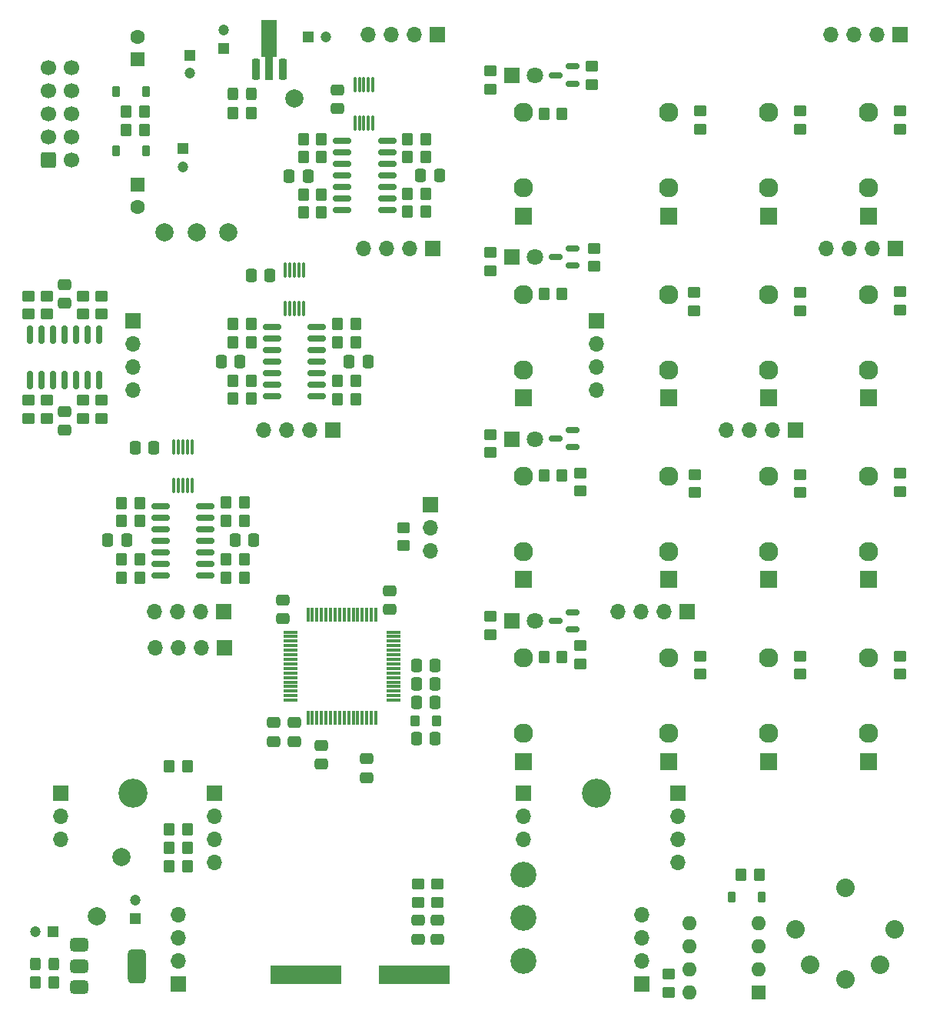
<source format=gbs>
G04 #@! TF.GenerationSoftware,KiCad,Pcbnew,8.0.5*
G04 #@! TF.CreationDate,2024-11-24T11:12:49+01:00*
G04 #@! TF.ProjectId,midi-2-cv,6d696469-2d32-42d6-9376-2e6b69636164,rev?*
G04 #@! TF.SameCoordinates,Original*
G04 #@! TF.FileFunction,Soldermask,Bot*
G04 #@! TF.FilePolarity,Negative*
%FSLAX46Y46*%
G04 Gerber Fmt 4.6, Leading zero omitted, Abs format (unit mm)*
G04 Created by KiCad (PCBNEW 8.0.5) date 2024-11-24 11:12:49*
%MOMM*%
%LPD*%
G01*
G04 APERTURE LIST*
G04 Aperture macros list*
%AMRoundRect*
0 Rectangle with rounded corners*
0 $1 Rounding radius*
0 $2 $3 $4 $5 $6 $7 $8 $9 X,Y pos of 4 corners*
0 Add a 4 corners polygon primitive as box body*
4,1,4,$2,$3,$4,$5,$6,$7,$8,$9,$2,$3,0*
0 Add four circle primitives for the rounded corners*
1,1,$1+$1,$2,$3*
1,1,$1+$1,$4,$5*
1,1,$1+$1,$6,$7*
1,1,$1+$1,$8,$9*
0 Add four rect primitives between the rounded corners*
20,1,$1+$1,$2,$3,$4,$5,0*
20,1,$1+$1,$4,$5,$6,$7,0*
20,1,$1+$1,$6,$7,$8,$9,0*
20,1,$1+$1,$8,$9,$2,$3,0*%
%AMFreePoly0*
4,1,9,5.362500,-0.866500,1.237500,-0.866500,1.237500,-0.450000,-1.237500,-0.450000,-1.237500,0.450000,1.237500,0.450000,1.237500,0.866500,5.362500,0.866500,5.362500,-0.866500,5.362500,-0.866500,$1*%
G04 Aperture macros list end*
%ADD10R,1.930000X1.830000*%
%ADD11C,2.130000*%
%ADD12R,1.700000X1.700000*%
%ADD13O,1.700000X1.700000*%
%ADD14R,1.800000X1.800000*%
%ADD15C,1.800000*%
%ADD16C,2.032000*%
%ADD17C,3.200000*%
%ADD18R,1.600000X1.600000*%
%ADD19O,1.600000X1.600000*%
%ADD20C,2.850000*%
%ADD21R,1.200000X1.200000*%
%ADD22C,1.200000*%
%ADD23RoundRect,0.250000X0.450000X-0.350000X0.450000X0.350000X-0.450000X0.350000X-0.450000X-0.350000X0*%
%ADD24RoundRect,0.250000X0.475000X-0.337500X0.475000X0.337500X-0.475000X0.337500X-0.475000X-0.337500X0*%
%ADD25RoundRect,0.250000X-0.350000X-0.450000X0.350000X-0.450000X0.350000X0.450000X-0.350000X0.450000X0*%
%ADD26RoundRect,0.250000X0.350000X0.450000X-0.350000X0.450000X-0.350000X-0.450000X0.350000X-0.450000X0*%
%ADD27RoundRect,0.150000X0.587500X0.150000X-0.587500X0.150000X-0.587500X-0.150000X0.587500X-0.150000X0*%
%ADD28RoundRect,0.250000X0.337500X0.475000X-0.337500X0.475000X-0.337500X-0.475000X0.337500X-0.475000X0*%
%ADD29RoundRect,0.250000X-0.475000X0.337500X-0.475000X-0.337500X0.475000X-0.337500X0.475000X0.337500X0*%
%ADD30C,2.000000*%
%ADD31C,1.600000*%
%ADD32RoundRect,0.087500X-0.087500X0.725000X-0.087500X-0.725000X0.087500X-0.725000X0.087500X0.725000X0*%
%ADD33RoundRect,0.250000X-0.325000X-0.450000X0.325000X-0.450000X0.325000X0.450000X-0.325000X0.450000X0*%
%ADD34RoundRect,0.250000X-0.600000X-0.600000X0.600000X-0.600000X0.600000X0.600000X-0.600000X0.600000X0*%
%ADD35C,1.700000*%
%ADD36RoundRect,0.250000X-0.450000X0.350000X-0.450000X-0.350000X0.450000X-0.350000X0.450000X0.350000X0*%
%ADD37RoundRect,0.250000X-0.275000X-0.350000X0.275000X-0.350000X0.275000X0.350000X-0.275000X0.350000X0*%
%ADD38RoundRect,0.250000X-0.337500X-0.475000X0.337500X-0.475000X0.337500X0.475000X-0.337500X0.475000X0*%
%ADD39RoundRect,0.075000X0.700000X0.075000X-0.700000X0.075000X-0.700000X-0.075000X0.700000X-0.075000X0*%
%ADD40RoundRect,0.075000X0.075000X0.700000X-0.075000X0.700000X-0.075000X-0.700000X0.075000X-0.700000X0*%
%ADD41RoundRect,0.225000X0.225000X0.375000X-0.225000X0.375000X-0.225000X-0.375000X0.225000X-0.375000X0*%
%ADD42RoundRect,0.150000X-0.825000X-0.150000X0.825000X-0.150000X0.825000X0.150000X-0.825000X0.150000X0*%
%ADD43R,7.875000X2.000000*%
%ADD44RoundRect,0.150000X-0.150000X0.825000X-0.150000X-0.825000X0.150000X-0.825000X0.150000X0.825000X0*%
%ADD45RoundRect,0.375000X-0.625000X-0.375000X0.625000X-0.375000X0.625000X0.375000X-0.625000X0.375000X0*%
%ADD46RoundRect,0.500000X-0.500000X-1.400000X0.500000X-1.400000X0.500000X1.400000X-0.500000X1.400000X0*%
%ADD47RoundRect,0.225000X-0.225000X-0.375000X0.225000X-0.375000X0.225000X0.375000X-0.225000X0.375000X0*%
%ADD48RoundRect,0.225000X0.225000X-0.925000X0.225000X0.925000X-0.225000X0.925000X-0.225000X-0.925000X0*%
%ADD49FreePoly0,90.000000*%
G04 APERTURE END LIST*
D10*
X133500000Y-92480000D03*
D11*
X133500000Y-81080000D03*
X133500000Y-89380000D03*
D10*
X144500000Y-112480000D03*
D11*
X144500000Y-101080000D03*
X144500000Y-109380000D03*
D10*
X106500000Y-72480000D03*
D11*
X106500000Y-61080000D03*
X106500000Y-69380000D03*
D10*
X144500000Y-92480000D03*
D11*
X144500000Y-81080000D03*
X144500000Y-89380000D03*
D12*
X55500000Y-136000000D03*
D13*
X55500000Y-138540000D03*
X55500000Y-141080000D03*
D10*
X133500000Y-112480000D03*
D11*
X133500000Y-101080000D03*
X133500000Y-109380000D03*
D10*
X122500000Y-72480000D03*
D11*
X122500000Y-61080000D03*
X122500000Y-69380000D03*
D12*
X73500000Y-116000000D03*
D13*
X70960000Y-116000000D03*
X68420000Y-116000000D03*
X65880000Y-116000000D03*
D10*
X122500000Y-132480000D03*
D11*
X122500000Y-121080000D03*
X122500000Y-129380000D03*
D14*
X105190000Y-57000000D03*
D15*
X107730000Y-57000000D03*
D10*
X106500000Y-92480000D03*
D11*
X106500000Y-81080000D03*
X106500000Y-89380000D03*
D10*
X122500000Y-112480000D03*
D11*
X122500000Y-101080000D03*
X122500000Y-109380000D03*
D10*
X133500000Y-132480000D03*
D11*
X133500000Y-121080000D03*
X133500000Y-129380000D03*
D14*
X105190000Y-77000000D03*
D15*
X107730000Y-77000000D03*
D12*
X63500000Y-84000000D03*
D13*
X63500000Y-86540000D03*
X63500000Y-89080000D03*
X63500000Y-91620000D03*
D16*
X136500000Y-151000000D03*
X138099489Y-154861511D03*
X141961000Y-156461000D03*
X145822511Y-154861511D03*
X147422000Y-151000000D03*
X141961000Y-146428000D03*
D10*
X106500000Y-112480000D03*
D11*
X106500000Y-101080000D03*
X106500000Y-109380000D03*
D10*
X144500000Y-72480000D03*
D11*
X144500000Y-61080000D03*
X144500000Y-69380000D03*
D10*
X106500000Y-132480000D03*
D11*
X106500000Y-121080000D03*
X106500000Y-129380000D03*
D14*
X105190000Y-97000000D03*
D15*
X107730000Y-97000000D03*
D10*
X122500000Y-92480000D03*
D11*
X122500000Y-81080000D03*
X122500000Y-89380000D03*
D17*
X114500000Y-136000000D03*
D10*
X133500000Y-72480000D03*
D11*
X133500000Y-61080000D03*
X133500000Y-69380000D03*
D18*
X132400000Y-157900000D03*
D19*
X132400000Y-155360000D03*
X132400000Y-152820000D03*
X132400000Y-150280000D03*
X124780000Y-150280000D03*
X124780000Y-152820000D03*
X124780000Y-155360000D03*
X124780000Y-157900000D03*
D12*
X72500000Y-136000000D03*
D13*
X72500000Y-138540000D03*
X72500000Y-141080000D03*
X72500000Y-143620000D03*
D12*
X85500000Y-96000000D03*
D13*
X82960000Y-96000000D03*
X80420000Y-96000000D03*
X77880000Y-96000000D03*
D10*
X144500000Y-132480000D03*
D11*
X144500000Y-121080000D03*
X144500000Y-129380000D03*
D17*
X63500000Y-136000000D03*
D20*
X106500000Y-154400000D03*
X106500000Y-149700000D03*
X106500000Y-145000000D03*
D14*
X105190000Y-117000000D03*
D15*
X107730000Y-117000000D03*
D12*
X68500000Y-157000000D03*
D13*
X68500000Y-154460000D03*
X68500000Y-151920000D03*
X68500000Y-149380000D03*
D12*
X96500000Y-76000000D03*
D13*
X93960000Y-76000000D03*
X91420000Y-76000000D03*
X88880000Y-76000000D03*
D12*
X97000000Y-52500000D03*
D13*
X94460000Y-52500000D03*
X91920000Y-52500000D03*
X89380000Y-52500000D03*
D21*
X63750000Y-149750000D03*
D22*
X63750000Y-147750000D03*
D23*
X112750000Y-102750000D03*
X112750000Y-100750000D03*
D12*
X124500000Y-116000000D03*
D13*
X121960000Y-116000000D03*
X119420000Y-116000000D03*
X116880000Y-116000000D03*
D24*
X79000000Y-130287500D03*
X79000000Y-128212500D03*
D25*
X74500000Y-90570000D03*
X76500000Y-90570000D03*
D26*
X75750000Y-110250000D03*
X73750000Y-110250000D03*
D23*
X102880000Y-98500000D03*
X102880000Y-96500000D03*
D27*
X111900000Y-76000000D03*
X111900000Y-77900000D03*
X110025000Y-76950000D03*
D21*
X82750000Y-52750000D03*
D22*
X84750000Y-52750000D03*
D28*
X97237500Y-68000000D03*
X95162500Y-68000000D03*
X76787500Y-108150000D03*
X74712500Y-108150000D03*
X89362500Y-88470000D03*
X87287500Y-88470000D03*
D29*
X94900000Y-149962500D03*
X94900000Y-152037500D03*
D26*
X88000000Y-86370000D03*
X86000000Y-86370000D03*
X110750000Y-101000000D03*
X108750000Y-101000000D03*
X75750000Y-106050000D03*
X73750000Y-106050000D03*
D25*
X82250000Y-64000000D03*
X84250000Y-64000000D03*
D24*
X86025000Y-60637500D03*
X86025000Y-58562500D03*
D29*
X80000000Y-114712500D03*
X80000000Y-116787500D03*
D30*
X74000000Y-74250000D03*
D23*
X148000000Y-62900000D03*
X148000000Y-60900000D03*
D30*
X59500000Y-149500000D03*
D18*
X64000000Y-69000000D03*
D31*
X64000000Y-71500000D03*
D26*
X54750000Y-156850000D03*
X52750000Y-156850000D03*
D32*
X68000000Y-97887500D03*
X68500000Y-97887500D03*
X69000000Y-97887500D03*
X69500000Y-97887500D03*
X70000000Y-97887500D03*
X70000000Y-102112500D03*
X69500000Y-102112500D03*
X69000000Y-102112500D03*
X68500000Y-102112500D03*
X68000000Y-102112500D03*
D21*
X54722600Y-151250000D03*
D22*
X52722600Y-151250000D03*
D23*
X102880000Y-78500000D03*
X102880000Y-76500000D03*
D24*
X81250000Y-130287500D03*
X81250000Y-128212500D03*
D26*
X69500000Y-142000000D03*
X67500000Y-142000000D03*
D25*
X82250000Y-70100000D03*
X84250000Y-70100000D03*
D33*
X52750000Y-154750000D03*
X54800000Y-154750000D03*
D30*
X67000000Y-74250000D03*
X62250000Y-143000000D03*
D12*
X73550000Y-120000000D03*
D13*
X71010000Y-120000000D03*
X68470000Y-120000000D03*
X65930000Y-120000000D03*
D26*
X69500000Y-140000000D03*
X67500000Y-140000000D03*
D34*
X54210000Y-66330000D03*
D35*
X56750000Y-66330000D03*
X54210000Y-63790000D03*
X56750000Y-63790000D03*
X54210000Y-61250000D03*
X56750000Y-61250000D03*
X54210000Y-58710000D03*
X56750000Y-58710000D03*
X54210000Y-56170000D03*
X56750000Y-56170000D03*
D36*
X59980000Y-81250000D03*
X59980000Y-83250000D03*
D37*
X94600000Y-128000000D03*
X96900000Y-128000000D03*
D26*
X69500000Y-133000000D03*
X67500000Y-133000000D03*
X88000000Y-92670000D03*
X86000000Y-92670000D03*
D23*
X102880000Y-118500000D03*
X102880000Y-116500000D03*
D33*
X74475000Y-59000000D03*
X76525000Y-59000000D03*
D24*
X55980000Y-82062500D03*
X55980000Y-79987500D03*
D38*
X94712500Y-121900000D03*
X96787500Y-121900000D03*
D23*
X137000000Y-62900000D03*
X137000000Y-60900000D03*
D26*
X110750000Y-81000000D03*
X108750000Y-81000000D03*
D39*
X92175000Y-118250000D03*
X92175000Y-118750000D03*
X92175000Y-119250000D03*
X92175000Y-119750000D03*
X92175000Y-120250000D03*
X92175000Y-120750000D03*
X92175000Y-121250000D03*
X92175000Y-121750000D03*
X92175000Y-122250000D03*
X92175000Y-122750000D03*
X92175000Y-123250000D03*
X92175000Y-123750000D03*
X92175000Y-124250000D03*
X92175000Y-124750000D03*
X92175000Y-125250000D03*
X92175000Y-125750000D03*
D40*
X90250000Y-127675000D03*
X89750000Y-127675000D03*
X89250000Y-127675000D03*
X88750000Y-127675000D03*
X88250000Y-127675000D03*
X87750000Y-127675000D03*
X87250000Y-127675000D03*
X86750000Y-127675000D03*
X86250000Y-127675000D03*
X85750000Y-127675000D03*
X85250000Y-127675000D03*
X84750000Y-127675000D03*
X84250000Y-127675000D03*
X83750000Y-127675000D03*
X83250000Y-127675000D03*
X82750000Y-127675000D03*
D39*
X80825000Y-125750000D03*
X80825000Y-125250000D03*
X80825000Y-124750000D03*
X80825000Y-124250000D03*
X80825000Y-123750000D03*
X80825000Y-123250000D03*
X80825000Y-122750000D03*
X80825000Y-122250000D03*
X80825000Y-121750000D03*
X80825000Y-121250000D03*
X80825000Y-120750000D03*
X80825000Y-120250000D03*
X80825000Y-119750000D03*
X80825000Y-119250000D03*
X80825000Y-118750000D03*
X80825000Y-118250000D03*
D40*
X82750000Y-116325000D03*
X83250000Y-116325000D03*
X83750000Y-116325000D03*
X84250000Y-116325000D03*
X84750000Y-116325000D03*
X85250000Y-116325000D03*
X85750000Y-116325000D03*
X86250000Y-116325000D03*
X86750000Y-116325000D03*
X87250000Y-116325000D03*
X87750000Y-116325000D03*
X88250000Y-116325000D03*
X88750000Y-116325000D03*
X89250000Y-116325000D03*
X89750000Y-116325000D03*
X90250000Y-116325000D03*
D25*
X62250000Y-104050000D03*
X64250000Y-104050000D03*
D26*
X75750000Y-103950000D03*
X73750000Y-103950000D03*
D38*
X76487500Y-79000000D03*
X78562500Y-79000000D03*
D12*
X119500000Y-157000000D03*
D13*
X119500000Y-154460000D03*
X119500000Y-151920000D03*
X119500000Y-149380000D03*
D26*
X88000000Y-90570000D03*
X86000000Y-90570000D03*
D36*
X122500000Y-155900000D03*
X122500000Y-157900000D03*
D25*
X74500000Y-84370000D03*
X76500000Y-84370000D03*
D41*
X64900000Y-58750000D03*
X61600000Y-58750000D03*
D23*
X51980000Y-94750000D03*
X51980000Y-92750000D03*
D30*
X81250000Y-59500000D03*
D25*
X62250000Y-110250000D03*
X64250000Y-110250000D03*
D29*
X84250000Y-130712500D03*
X84250000Y-132787500D03*
D25*
X62250000Y-112250000D03*
X64250000Y-112250000D03*
D36*
X148000000Y-120900000D03*
X148000000Y-122900000D03*
D26*
X88000000Y-84370000D03*
X86000000Y-84370000D03*
D32*
X80250000Y-78387500D03*
X80750000Y-78387500D03*
X81250000Y-78387500D03*
X81750000Y-78387500D03*
X82250000Y-78387500D03*
X82250000Y-82612500D03*
X81750000Y-82612500D03*
X81250000Y-82612500D03*
X80750000Y-82612500D03*
X80250000Y-82612500D03*
D18*
X64000000Y-55250000D03*
D31*
X64000000Y-52750000D03*
D24*
X89250000Y-134287500D03*
X89250000Y-132212500D03*
D25*
X62250000Y-106050000D03*
X64250000Y-106050000D03*
D12*
X123500000Y-136000000D03*
D13*
X123500000Y-138540000D03*
X123500000Y-141080000D03*
X123500000Y-143620000D03*
D21*
X73500000Y-54000000D03*
D22*
X73500000Y-52000000D03*
D42*
X86525000Y-71810000D03*
X86525000Y-70540000D03*
X86525000Y-69270000D03*
X86525000Y-68000000D03*
X86525000Y-66730000D03*
X86525000Y-65460000D03*
X86525000Y-64190000D03*
X91475000Y-64190000D03*
X91475000Y-65460000D03*
X91475000Y-66730000D03*
X91475000Y-68000000D03*
X91475000Y-69270000D03*
X91475000Y-70540000D03*
X91475000Y-71810000D03*
D43*
X94437500Y-156000000D03*
X82562500Y-156000000D03*
D25*
X74500000Y-92570000D03*
X76500000Y-92570000D03*
D12*
X148000000Y-52500000D03*
D13*
X145460000Y-52500000D03*
X142920000Y-52500000D03*
X140380000Y-52500000D03*
D44*
X52170000Y-85550000D03*
X53440000Y-85550000D03*
X54710000Y-85550000D03*
X55980000Y-85550000D03*
X57250000Y-85550000D03*
X58520000Y-85550000D03*
X59790000Y-85550000D03*
X59790000Y-90500000D03*
X58520000Y-90500000D03*
X57250000Y-90500000D03*
X55980000Y-90500000D03*
X54710000Y-90500000D03*
X53440000Y-90500000D03*
X52170000Y-90500000D03*
D23*
X59980000Y-94750000D03*
X59980000Y-92750000D03*
X102880000Y-58500000D03*
X102880000Y-56500000D03*
D38*
X94712500Y-130000000D03*
X96787500Y-130000000D03*
D28*
X75257500Y-88470000D03*
X73182500Y-88470000D03*
D36*
X137000000Y-120900000D03*
X137000000Y-122900000D03*
D28*
X82787500Y-68060000D03*
X80712500Y-68060000D03*
D12*
X114500000Y-84000000D03*
D13*
X114500000Y-86540000D03*
X114500000Y-89080000D03*
X114500000Y-91620000D03*
D27*
X111900000Y-96000000D03*
X111900000Y-97900000D03*
X110025000Y-96950000D03*
D36*
X57980000Y-81250000D03*
X57980000Y-83250000D03*
D25*
X74500000Y-86370000D03*
X76500000Y-86370000D03*
D26*
X95750000Y-66000000D03*
X93750000Y-66000000D03*
D21*
X69750000Y-54777401D03*
D22*
X69750000Y-56777401D03*
D36*
X51980000Y-81250000D03*
X51980000Y-83250000D03*
D26*
X110750000Y-121000000D03*
X108750000Y-121000000D03*
D23*
X114300000Y-78000000D03*
X114300000Y-76000000D03*
X125300000Y-82900000D03*
X125300000Y-80900000D03*
X94900000Y-148000000D03*
X94900000Y-146000000D03*
D21*
X69000000Y-65027401D03*
D22*
X69000000Y-67027401D03*
D38*
X63712500Y-98000000D03*
X65787500Y-98000000D03*
D28*
X96787500Y-124000000D03*
X94712500Y-124000000D03*
D26*
X95750000Y-64000000D03*
X93750000Y-64000000D03*
D36*
X148000000Y-80800000D03*
X148000000Y-82800000D03*
D12*
X147500000Y-76000000D03*
D13*
X144960000Y-76000000D03*
X142420000Y-76000000D03*
X139880000Y-76000000D03*
D26*
X76500000Y-61100000D03*
X74500000Y-61100000D03*
D12*
X136500000Y-96000000D03*
D13*
X133960000Y-96000000D03*
X131420000Y-96000000D03*
X128880000Y-96000000D03*
D45*
X57600000Y-157300000D03*
X57600000Y-155000000D03*
D46*
X63900000Y-155000000D03*
D45*
X57600000Y-152700000D03*
D26*
X95750000Y-72000000D03*
X93750000Y-72000000D03*
D47*
X129450000Y-147400000D03*
X132750000Y-147400000D03*
D25*
X130500000Y-145000000D03*
X132500000Y-145000000D03*
D24*
X55980000Y-96062500D03*
X55980000Y-93987500D03*
D26*
X75750000Y-112250000D03*
X73750000Y-112250000D03*
D23*
X125400000Y-102900000D03*
X125400000Y-100900000D03*
D47*
X61600000Y-65250000D03*
X64900000Y-65250000D03*
D28*
X96787500Y-126000000D03*
X94712500Y-126000000D03*
D23*
X126000000Y-62900000D03*
X126000000Y-60900000D03*
D29*
X91750000Y-113712500D03*
X91750000Y-115787500D03*
D25*
X82250000Y-66000000D03*
X84250000Y-66000000D03*
D29*
X97000000Y-149962500D03*
X97000000Y-152037500D03*
D42*
X66525000Y-112000000D03*
X66525000Y-110730000D03*
X66525000Y-109460000D03*
X66525000Y-108190000D03*
X66525000Y-106920000D03*
X66525000Y-105650000D03*
X66525000Y-104380000D03*
X71475000Y-104380000D03*
X71475000Y-105650000D03*
X71475000Y-106920000D03*
X71475000Y-108190000D03*
X71475000Y-109460000D03*
X71475000Y-110730000D03*
X71475000Y-112000000D03*
D23*
X53980000Y-94750000D03*
X53980000Y-92750000D03*
D12*
X96250000Y-104250000D03*
D13*
X96250000Y-106790000D03*
X96250000Y-109330000D03*
D12*
X106500000Y-136000000D03*
D13*
X106500000Y-138540000D03*
X106500000Y-141080000D03*
D36*
X93250000Y-106750000D03*
X93250000Y-108750000D03*
D42*
X78775000Y-92310000D03*
X78775000Y-91040000D03*
X78775000Y-89770000D03*
X78775000Y-88500000D03*
X78775000Y-87230000D03*
X78775000Y-85960000D03*
X78775000Y-84690000D03*
X83725000Y-84690000D03*
X83725000Y-85960000D03*
X83725000Y-87230000D03*
X83725000Y-88500000D03*
X83725000Y-89770000D03*
X83725000Y-91040000D03*
X83725000Y-92310000D03*
D23*
X137000000Y-82900000D03*
X137000000Y-80900000D03*
D26*
X69500000Y-144000000D03*
X67500000Y-144000000D03*
D27*
X111937500Y-116050000D03*
X111937500Y-117950000D03*
X110062500Y-117000000D03*
D26*
X95750000Y-70000000D03*
X93750000Y-70000000D03*
D23*
X57980000Y-94750000D03*
X57980000Y-92750000D03*
D25*
X82250000Y-72100000D03*
X84250000Y-72100000D03*
D27*
X111900000Y-56000000D03*
X111900000Y-57900000D03*
X110025000Y-56950000D03*
D26*
X110750000Y-61250000D03*
X108750000Y-61250000D03*
D48*
X80000000Y-56337500D03*
D49*
X78500000Y-56250000D03*
D48*
X77000000Y-56337500D03*
D36*
X137000000Y-100900000D03*
X137000000Y-102900000D03*
D23*
X97000000Y-148000000D03*
X97000000Y-146000000D03*
D30*
X70500000Y-74250000D03*
D23*
X112750000Y-121750000D03*
X112750000Y-119750000D03*
D36*
X148000000Y-100800000D03*
X148000000Y-102800000D03*
X53980000Y-81250000D03*
X53980000Y-83250000D03*
X126000000Y-120900000D03*
X126000000Y-122900000D03*
D23*
X114000000Y-58000000D03*
X114000000Y-56000000D03*
D28*
X62787500Y-108150000D03*
X60712500Y-108150000D03*
D32*
X87925000Y-58000000D03*
X88425000Y-58000000D03*
X88925000Y-58000000D03*
X89425000Y-58000000D03*
X89925000Y-58000000D03*
X89925000Y-62225000D03*
X89425000Y-62225000D03*
X88925000Y-62225000D03*
X88425000Y-62225000D03*
X87925000Y-62225000D03*
D26*
X64750000Y-63000000D03*
X62750000Y-63000000D03*
X64750000Y-61000000D03*
X62750000Y-61000000D03*
M02*

</source>
